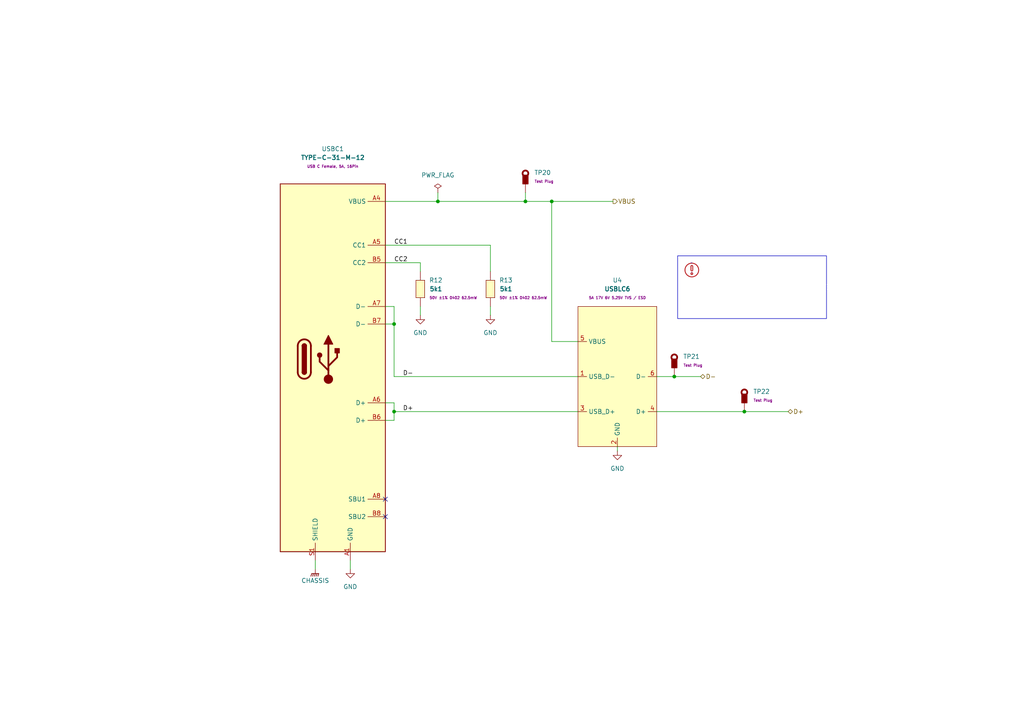
<source format=kicad_sch>
(kicad_sch (version 20231120) (generator "eeschema") (generator_version "8.0")
  (paper "A4")
  (lib_symbols
    (symbol "EASYEDA2KICAD:CHASSIS" (power) (pin_numbers hide) (pin_names (offset 0) hide)
      (property "Value" "CHASSIS" (at 0 -3.302 0))
      (symbol "CHASSIS_0_1"
        (polyline (pts (xy 0 -1.27) (xy 0 0)))
        (polyline (pts (xy -1.016 -1.27) (xy -1.27 -2.032) (xy -1.27 -2.032)) (stroke (width 0.2032)))
        (polyline (pts (xy -0.508 -1.27) (xy -0.762 -2.032) (xy -0.762 -2.032)) (stroke (width 0.2032)))
        (polyline (pts (xy 0 -1.27) (xy -0.254 -2.032) (xy -0.254 -2.032)) (stroke (width 0.2032)))
        (polyline (pts (xy 0.508 -1.27) (xy 0.254 -2.032) (xy 0.254 -2.032)) (stroke (width 0.2032)))
        (polyline (pts (xy 1.016 -1.27) (xy -1.016 -1.27) (xy -1.016 -1.27)) (stroke (width 0.2032)))
        (polyline (pts (xy 1.016 -1.27) (xy 0.762 -2.032) (xy 0.762 -2.032) (xy 0.762 -2.032)) (stroke (width 0.2032)))
      )
      (symbol "CHASSIS_1_1"
        (pin power_in line (at 0 0 270) (length 0) (name "~") (number "1"))
      )
    )
    (symbol "EASYEDA2KICAD:R_5k1Ohm_0402_62mW" (pin_numbers hide) (pin_names hide)
      (property "Reference" "R" (at 0 7.62 0))
      (property "Value" "5k1" (at 0 5.08 0))
      (property "Extra Values" "50V ±1% 0402 62.5mW " (at 0 2.54 0))
      (symbol "R_5k1Ohm_0402_62mW_0_1"
        (rectangle (start -2.54 1.27) (end 2.54 -1.27) (fill (type background)))
      )
      (symbol "R_5k1Ohm_0402_62mW_1_1"
        (pin passive line (at -5.08 0 0) (length 2.54) (name "1") (number "1"))
        (pin passive line (at 5.08 0 180) (length 2.54) (name "2") (number "2"))
      )
    )
    (symbol "EASYEDA2KICAD:TestPoint_Thimble" (pin_numbers hide) (pin_names hide)
      (property "Reference" "TP" (at 0 9.5043 0))
      (property "Extra Values" "Test Plug" (at 0 7.62 0))
      (symbol "TestPoint_Thimble_1_1"
        (rectangle (start -0.762 5.08) (end 0.762 2.54) (stroke (width 0.254)) (fill (type outline)))
        (arc (start 0.508 4.9323) (mid 0 6.4175) (end -0.508 4.9323) (stroke (width 0.508)))
        (pin passive line (at 0 0 90) (length 2.54) (name "1") (number "1"))
      )
    )
    (symbol "EASYEDA2KICAD:USB_C_5A_Female_16PIN"
      (property "Reference" "USBC" (at 0 60.96 0))
      (property "Value" "TYPE-C-31-M-12" (at 0 58.42 0))
      (property "Extra Values" "USB C Female, 5A, 16Pin" (at 0 55.88 0))
      (symbol "USB_C_5A_Female_16PIN_0_1"
        (rectangle (start -15.24 50.8) (end 15.24 -55.88) (stroke (width 0.254)) (fill (type background)))
        (arc (start -10.16 -3.81) (mid -8.255 -5.7067) (end -6.35 -3.81) (stroke (width 0.508)))
        (arc (start -8.89 -3.81) (mid -8.255 -4.4423) (end -7.62 -3.81) (stroke (width 0.254)))
        (arc (start -8.89 -3.81) (mid -8.255 -4.4423) (end -7.62 -3.81) (stroke (width 0.254)) (fill (type outline)))
        (rectangle (start -8.89 -3.81) (end -7.62 3.81) (stroke (width 0.254)) (fill (type outline)))
        (arc (start -7.62 3.81) (mid -8.255 4.4423) (end -8.89 3.81) (stroke (width 0.254)))
        (arc (start -7.62 3.81) (mid -8.255 4.4423) (end -8.89 3.81) (stroke (width 0.254)) (fill (type outline)))
        (arc (start -6.35 3.81) (mid -8.255 5.7067) (end -10.16 3.81) (stroke (width 0.508)))
        (circle (center -3.81 1.143) (radius 0.635) (stroke (width 0.254)) (fill (type outline)))
        (circle (center -1.27 -5.842) (radius 1.27) (fill (type outline)))
        (polyline (pts (xy -10.16 -3.81) (xy -10.16 3.81)) (stroke (width 0.508)))
        (polyline (pts (xy -6.35 3.81) (xy -6.35 -3.81)) (stroke (width 0.508)))
        (polyline (pts (xy -1.27 -5.842) (xy -1.27 4.318)) (stroke (width 0.508)))
        (polyline (pts (xy -1.27 -3.302) (xy -3.81 -0.762) (xy -3.81 0.508)) (stroke (width 0.508)))
        (polyline (pts (xy -1.27 -2.032) (xy 1.27 0.508) (xy 1.27 1.778)) (stroke (width 0.508)))
        (polyline (pts (xy -2.54 4.318) (xy -1.27 6.858) (xy 0 4.318) (xy -2.54 4.318)) (stroke (width 0.254)) (fill (type outline)))
        (rectangle (start 0.635 1.778) (end 1.905 3.048) (stroke (width 0.254)) (fill (type outline)))
      )
      (symbol "USB_C_5A_Female_16PIN_1_1"
        (pin power_in line (at 5.08 -58.42 90) (length 5.08) (name "GND") (number "A1"))
        (pin passive line (at 5.08 -58.42 90) (length 5.08) hide (name "GND") (number "A12"))
        (pin power_in line (at 15.24 45.72 180) (length 5.08) (name "VBUS") (number "A4"))
        (pin bidirectional line (at 15.24 33.02 180) (length 5.08) (name "CC1") (number "A5"))
        (pin bidirectional line (at 15.24 -12.7 180) (length 5.08) (name "D+") (number "A6"))
        (pin bidirectional line (at 15.24 15.24 180) (length 5.08) (name "D-") (number "A7"))
        (pin bidirectional line (at 15.24 -40.64 180) (length 5.08) (name "SBU1") (number "A8"))
        (pin passive line (at 15.24 45.72 180) (length 5.08) hide (name "VBUS") (number "A9"))
        (pin passive line (at 5.08 -58.42 90) (length 5.08) hide (name "GND") (number "B1"))
        (pin passive line (at 5.08 -58.42 90) (length 5.08) hide (name "GND") (number "B12"))
        (pin passive line (at 15.24 45.72 180) (length 5.08) hide (name "VBUS") (number "B4"))
        (pin bidirectional line (at 15.24 27.94 180) (length 5.08) (name "CC2") (number "B5"))
        (pin bidirectional line (at 15.24 -17.78 180) (length 5.08) (name "D+") (number "B6"))
        (pin bidirectional line (at 15.24 10.16 180) (length 5.08) (name "D-") (number "B7"))
        (pin bidirectional line (at 15.24 -45.72 180) (length 5.08) (name "SBU2") (number "B8"))
        (pin passive line (at 15.24 45.72 180) (length 5.08) hide (name "VBUS") (number "B9"))
        (pin passive line (at -5.08 -58.42 90) (length 5.08) (name "SHIELD") (number "S1"))
      )
    )
    (symbol "EASYEDA2KICAD:U_USBLC6_USB_TVS_ESD_SOT23_6L"
      (property "Reference" "U" (at 0 27.94 0))
      (property "Value" "USBLC6" (at 0 25.4 0))
      (property "Extra Values" "5A 17V 6V 5.25V TVS / ESD" (at 0 22.86 0))
      (symbol "U_USBLC6_USB_TVS_ESD_SOT23_6L_0_1"
        (rectangle (start -11.43 20.32) (end 11.43 -20.32) (fill (type background)))
      )
      (symbol "U_USBLC6_USB_TVS_ESD_SOT23_6L_1_1"
        (pin bidirectional line (at -11.43 0 0) (length 2.54) (name "USB_D-") (number "1"))
        (pin power_in line (at 0 -20.32 90) (length 2.54) (name "GND") (number "2"))
        (pin passive line (at -11.43 -10.16 0) (length 2.54) (name "USB_D+") (number "3"))
        (pin bidirectional line (at 11.43 -10.16 180) (length 2.54) (name "D+") (number "4"))
        (pin power_in line (at -11.43 10.16 0) (length 2.54) (name "VBUS") (number "5"))
        (pin bidirectional line (at 11.43 0 180) (length 2.54) (name "D-") (number "6"))
      )
    )
    (symbol "power:GND" (power) (pin_numbers hide) (pin_names (offset 0) hide)
      (property "Value" "GND" (at 0 -3.81 0))
      (symbol "GND_0_1"
        (polyline (pts (xy 0 0) (xy 0 -1.27) (xy 1.27 -1.27) (xy 0 -2.54) (xy -1.27 -1.27) (xy 0 -1.27)))
      )
      (symbol "GND_1_1"
        (pin power_in line (at 0 0 270) (length 0) (name "~") (number "1"))
      )
    )
    (symbol "power:PWR_FLAG" (power) (pin_numbers hide) (pin_names (offset 0) hide)
      (property "Value" "PWR_FLAG" (at 0 3.81 0))
      (symbol "PWR_FLAG_0_0"
        (pin power_out line (at 0 0 90) (length 0) (name "~") (number "1"))
      )
      (symbol "PWR_FLAG_0_1"
        (polyline (pts (xy 0 0) (xy 0 1.27) (xy -1.016 1.905) (xy 0 2.54) (xy 1.016 1.905) (xy 0 1.27)))
      )
    )
  )
  (junction (at 127 58.42))
  (junction (at 160.02 58.42))
  (junction (at 152.4 58.42))
  (junction (at 114.3 93.98))
  (junction (at 215.9 119.38))
  (junction (at 195.58 109.22))
  (junction (at 114.3 119.38))
  (no_connect (at 111.76 149.86))
  (no_connect (at 111.76 144.78))
  (wire (pts (xy 114.3 93.98) (xy 114.3 109.22)))
  (wire (pts (xy 160.02 99.06) (xy 160.02 58.42)))
  (wire (pts (xy 111.76 116.84) (xy 114.3 116.84)))
  (wire (pts (xy 152.4 55.88) (xy 152.4 58.42)))
  (wire (pts (xy 114.3 109.22) (xy 167.64 109.22)))
  (wire (pts (xy 142.24 71.12) (xy 142.24 78.74)))
  (wire (pts (xy 190.5 119.38) (xy 215.9 119.38)))
  (wire (pts (xy 114.3 119.38) (xy 114.3 116.84)))
  (wire (pts (xy 127 58.42) (xy 111.76 58.42)))
  (wire (pts (xy 114.3 88.9) (xy 114.3 93.98)))
  (wire (pts (xy 195.58 109.22) (xy 203.2 109.22)))
  (wire (pts (xy 121.92 91.44) (xy 121.92 88.9)))
  (wire (pts (xy 91.44 165.1) (xy 91.44 162.56)))
  (polyline (pts (xy 200.41 76.2) (xy 200.41 76.2)) (stroke (width -0.0001) (type solid)))
  (wire (pts (xy 142.24 71.12) (xy 111.76 71.12)))
  (polyline (pts (xy 200.66 78.9781) (xy 200.66 78.9781)) (stroke (width -0.0001) (type solid)))
  (wire (pts (xy 152.4 58.42) (xy 127 58.42)))
  (wire (pts (xy 190.5 109.22) (xy 195.58 109.22)))
  (polyline (pts (xy 200.66 76.2) (xy 200.66 76.2)) (stroke (width -0.0001) (type solid)))
  (wire (pts (xy 179.07 129.54) (xy 179.07 130.81)))
  (wire (pts (xy 111.76 121.92) (xy 114.3 121.92)))
  (wire (pts (xy 114.3 121.92) (xy 114.3 119.38)))
  (wire (pts (xy 111.76 88.9) (xy 114.3 88.9)))
  (wire (pts (xy 160.02 58.42) (xy 152.4 58.42)))
  (wire (pts (xy 167.64 99.06) (xy 160.02 99.06)))
  (wire (pts (xy 101.6 165.1) (xy 101.6 162.56)))
  (wire (pts (xy 142.24 88.9) (xy 142.24 91.44)))
  (wire (pts (xy 114.3 119.38) (xy 167.64 119.38)))
  (wire (pts (xy 111.76 93.98) (xy 114.3 93.98)))
  (wire (pts (xy 121.92 78.74) (xy 121.92 76.2)))
  (polyline (pts (xy 200.66 76.2) (xy 200.66 76.2)) (stroke (width -0.0001) (type solid)))
  (wire (pts (xy 121.92 76.2) (xy 111.76 76.2)))
  (wire (pts (xy 127 55.88) (xy 127 58.42)))
  (wire (pts (xy 215.9 119.38) (xy 228.6 119.38)))
  (wire (pts (xy 160.02 58.42) (xy 177.8 58.42)))
  (polyline (pts (xy 200.7649 76.2026) (xy 200.8692 76.2104) (xy 200.9725 76.2232) (xy 201.0748 76.241) (xy 201.1759 76.2638) (xy 201.2756 76.2915) (xy 201.3737 76.3239) (xy 201.47 76.3611) (xy 201.5644 76.4029) (xy 201.6567 76.4494) (xy 201.7467 76.5003) (xy 201.8343 76.5556) (xy 201.9193 76.6153) (xy 202.0014 76.6793) (xy 202.0806 76.7476) (xy 202.1567 76.82) (xy 202.2291 76.896) (xy 202.2973 76.9752) (xy 202.3613 77.0574) (xy 202.421 77.1423) (xy 202.4764 77.2299) (xy 202.5273 77.3199) (xy 202.5737 77.4123) (xy 202.6155 77.5067) (xy 202.6527 77.603) (xy 202.6851 77.7011) (xy 202.7128 77.8007) (xy 202.7356 77.9018) (xy 202.7534 78.0041) (xy 202.7663 78.1075) (xy 202.774 78.2117) (xy 202.7766 78.3167) (xy 202.7751 78.3967) (xy 202.7706 78.4761) (xy 202.7632 78.5549) (xy 202.7529 78.6331) (xy 202.7398 78.7104) (xy 202.7238 78.787) (xy 202.7051 78.8626) (xy 202.6837 78.9373) (xy 202.6596 79.011) (xy 202.6329 79.0836) (xy 202.6036 79.155) (xy 202.5717 79.2252) (xy 202.5374 79.2942) (xy 202.5006 79.3618) (xy 202.4615 79.4279) (xy 202.4199 79.4926) (xy 202.376 79.5558) (xy 202.3299 79.6173) (xy 202.2815 79.6771) (xy 202.231 79.7352) (xy 202.1783 79.7915) (xy 202.1235 79.8459) (xy 202.0667 79.8984) (xy 202.0078 79.9488) (xy 201.947 79.9972) (xy 201.8843 80.0434) (xy 201.8197 80.0875) (xy 201.7532 80.1292) (xy 201.685 80.1687) (xy 201.615 80.2057) (xy 201.5433 80.2402) (xy 201.47 80.2722) (xy 201.3204 80.3277) (xy 201.1686 80.3714) (xy 201.0153 80.4034) (xy 200.861 80.4239) (xy 200.7064 80.4329) (xy 200.5522 80.4306) (xy 200.3988 80.4172) (xy 200.247 80.3927) (xy 200.0974 80.3572) (xy 199.9506 80.311) (xy 199.8072 80.254) (xy 199.6678 80.1865) (xy 199.5331 80.1086) (xy 199.4037 80.0203) (xy 199.2802 79.9219) (xy 199.1633 79.8134) (xy 199.0547 79.6964) (xy 198.9563 79.5729) (xy 198.868 79.4435) (xy 198.7901 79.3088) (xy 198.7226 79.1694) (xy 198.6657 79.026) (xy 198.6194 78.8792) (xy 198.584 78.7296) (xy 198.5595 78.5778) (xy 198.546 78.4245) (xy 198.545 78.3573) (xy 198.8083 78.3573) (xy 198.8162 78.4926) (xy 198.8341 78.6276) (xy 198.8621 78.7617) (xy 198.9003 78.8945) (xy 198.9489 79.0254) (xy 199.0071 79.1523) (xy 199.074 79.2733) (xy 199.149 79.3879) (xy 199.2318 79.496) (xy 199.3219 79.5973) (xy 199.4187 79.6913) (xy 199.5219 79.7779) (xy 199.631 79.8566) (xy 199.7455 79.9273) (xy 199.865 79.9895) (xy 199.9889 80.043) (xy 200.1169 80.0874) (xy 200.2485 80.1225) (xy 200.3831 80.148) (xy 200.5205 80.1635) (xy 200.66 80.1687) (xy 200.7518 80.1665) (xy 200.843 80.1597) (xy 200.9335 80.1485) (xy 201.023 80.1328) (xy 201.1114 80.1129) (xy 201.1986 80.0887) (xy 201.2844 80.0603) (xy 201.3687 80.0278) (xy 201.4513 79.9912) (xy 201.5321 79.9506) (xy 201.6109 79.906) (xy 201.6875 79.8576) (xy 201.7618 79.8053) (xy 201.8337 79.7493) (xy 201.903 79.6896) (xy 201.9696 79.6263) (xy 202.0329 79.5597) (xy 202.0926 79.4904) (xy 202.1486 79.4185) (xy 202.2009 79.3442) (xy 202.2493 79.2676) (xy 202.2939 79.1888) (xy 202.3345 79.108) (xy 202.3711 79.0254) (xy 202.4036 78.9411) (xy 202.432 78.8553) (xy 202.4562 78.7681) (xy 202.4761 78.6797) (xy 202.4918 78.5902) (xy 202.503 78.4997) (xy 202.5098 78.4085) (xy 202.512 78.3167) (xy 202.5107 78.2467) (xy 202.5068 78.1772) (xy 202.5003 78.1082) (xy 202.4913 78.0398) (xy 202.4798 77.9721) (xy 202.4658 77.9052) (xy 202.4495 77.839) (xy 202.4307 77.7736) (xy 202.4096 77.7091) (xy 202.3863 77.6456) (xy 202.3606 77.5831) (xy 202.3328 77.5217) (xy 202.3027 77.4613) (xy 202.2706 77.4022) (xy 202.2363 77.3443) (xy 202.1999 77.2877) (xy 202.1615 77.2325) (xy 202.1212 77.1786) (xy 202.0788 77.1263) (xy 202.0346 77.0754) (xy 201.9885 77.0262) (xy 201.9406 76.9786) (xy 201.8908 76.9327) (xy 201.8393 76.8885) (xy 201.7861 76.8462) (xy 201.7312 76.8057) (xy 201.6747 76.7672) (xy 201.6166 76.7307) (xy 201.5569 76.6962) (xy 201.4956 76.6638) (xy 201.4329 76.6336) (xy 201.3687 76.6056) (xy 201.2378 76.557) (xy 201.105 76.5188) (xy 200.9709 76.4908) (xy 200.8359 76.4729) (xy 200.7006 76.465) (xy 200.5656 76.467) (xy 200.4315 76.4787) (xy 200.2986 76.5002) (xy 200.1677 76.5312) (xy 200.0393 76.5717) (xy 199.9138 76.6215) (xy 199.7919 76.6805) (xy 199.674 76.7487) (xy 199.5608 76.826) (xy 199.4527 76.9121) (xy 199.3503 77.007) (xy 199.2554 77.1094) (xy 199.1693 77.2175) (xy 199.092 77.3307) (xy 199.0238 77.4486) (xy 198.9648 77.5705) (xy 198.915 77.696) (xy 198.8745 77.8244) (xy 198.8435 77.9553) (xy 198.822 78.0882) (xy 198.8103 78.2223) (xy 198.8083 78.3573) (xy 198.545 78.3573) (xy 198.5437 78.2702) (xy 198.5528 78.1156) (xy 198.5732 77.9614) (xy 198.6052 77.808) (xy 198.6489 77.6563) (xy 198.7044 77.5067) (xy 198.771 77.3616) (xy 198.8474 77.2234) (xy 198.9332 77.0924) (xy 199.0278 76.9688) (xy 199.1307 76.8531) (xy 199.2414 76.7456) (xy 199.3593 76.6467) (xy 199.484 76.5567) (xy 199.6149 76.476) (xy 199.7514 76.4049) (xy 199.893 76.3437) (xy 200.0393 76.2929) (xy 200.1897 76.2528) (xy 200.3436 76.2237) (xy 200.5005 76.206) (xy 200.66 76.2) (xy 200.7649 76.2026)) (stroke (width -0.0001) (type solid)) (fill (type color) (color 187 33 36 1)))
  (rectangle (start 196.5433 74.2) (end 239.7233 92.4))
  (polyline (pts (xy 200.6796 76.8619) (xy 200.6992 76.8634) (xy 200.7186 76.8658) (xy 200.7378 76.8692) (xy 200.7567 76.8734) (xy 200.7754 76.8786) (xy 200.7938 76.8847) (xy 200.8118 76.8917) (xy 200.8295 76.8995) (xy 200.8469 76.9082) (xy 200.8637 76.9178) (xy 200.8802 76.9281) (xy 200.8961 76.9393) (xy 200.9115 76.9513) (xy 200.9263 76.9641) (xy 200.9406 76.9777) (xy 200.9542 76.992) (xy 200.967 77.0068) (xy 200.979 77.0222) (xy 200.9902 77.0381) (xy 201.0005 77.0546) (xy 201.0101 77.0714) (xy 201.0188 77.0888) (xy 201.0266 77.1065) (xy 201.0336 77.1245) (xy 201.0397 77.1429) (xy 201.0449 77.1616) (xy 201.0491 77.1805) (xy 201.0525 77.1997) (xy 201.0549 77.2191) (xy 201.0564 77.2387) (xy 201.0568 77.2583) (xy 201.0568 78.3167) (xy 201.0566 78.3299) (xy 201.056 78.3431) (xy 201.0549 78.3562) (xy 201.0534 78.3692) (xy 201.0514 78.3822) (xy 201.0491 78.395) (xy 201.0463 78.4077) (xy 201.0431 78.4202) (xy 201.0395 78.4326) (xy 201.0355 78.4449) (xy 201.0312 78.4571) (xy 201.0264 78.469) (xy 201.0213 78.4808) (xy 201.0158 78.4924) (xy 201.0099 78.5039) (xy 201.0037 78.5151) (xy 200.9971 78.5261) (xy 200.9901 78.5369) (xy 200.9828 78.5475) (xy 200.9752 78.5579) (xy 200.9672 78.568) (xy 200.9588 78.5778) (xy 200.9502 78.5874) (xy 200.9412 78.5967) (xy 200.9319 78.6057) (xy 200.9223 78.6145) (xy 200.9124 78.6229) (xy 200.9022 78.6311) (xy 200.8917 78.6389) (xy 200.8809 78.6464) (xy 200.8698 78.6535) (xy 200.8584 78.6604) (xy 200.8351 78.6728) (xy 200.8111 78.6836) (xy 200.7867 78.6928) (xy 200.7619 78.7002) (xy 200.7367 78.7061) (xy 200.7112 78.7102) (xy 200.6856 78.7127) (xy 200.66 78.7135) (xy 200.6343 78.7127) (xy 200.6087 78.7102) (xy 200.5833 78.7061) (xy 200.5581 78.7002) (xy 200.5332 78.6928) (xy 200.5088 78.6836) (xy 200.4849 78.6728) (xy 200.4615 78.6604) (xy 200.4391 78.6464) (xy 200.4177 78.6311) (xy 200.3976 78.6145) (xy 200.3787 78.5967) (xy 200.3611 78.5778) (xy 200.3448 78.5579) (xy 200.3298 78.5369) (xy 200.3163 78.5151) (xy 200.3041 78.4924) (xy 200.2935 78.469) (xy 200.2844 78.4449) (xy 200.2768 78.4202) (xy 200.2709 78.395) (xy 200.2666 78.3692) (xy 200.264 78.3431) (xy 200.2631 78.3167) (xy 200.5277 78.3167) (xy 200.5277 78.3211) (xy 200.528 78.3255) (xy 200.5283 78.3299) (xy 200.5288 78.3342) (xy 200.5295 78.3385) (xy 200.5303 78.3428) (xy 200.5312 78.347) (xy 200.5323 78.3512) (xy 200.5334 78.3553) (xy 200.5348 78.3594) (xy 200.5362 78.3635) (xy 200.5378 78.3675) (xy 200.5395 78.3714) (xy 200.5414 78.3753) (xy 200.5433 78.3791) (xy 200.5454 78.3828) (xy 200.5476 78.3865) (xy 200.5499 78.3901) (xy 200.5524 78.3936) (xy 200.5549 78.3971) (xy 200.5576 78.4004) (xy 200.5603 78.4037) (xy 200.5632 78.4069) (xy 200.5662 78.41) (xy 200.5693 78.413) (xy 200.5725 78.4159) (xy 200.5758 78.4188) (xy 200.5792 78.4215) (xy 200.5827 78.4241) (xy 200.5863 78.4266) (xy 200.59 78.429) (xy 200.5938 78.4312) (xy 200.6016 78.4354) (xy 200.6096 78.439) (xy 200.6177 78.442) (xy 200.626 78.4445) (xy 200.6344 78.4465) (xy 200.6429 78.4479) (xy 200.6514 78.4487) (xy 200.66 78.449) (xy 200.6685 78.4487) (xy 200.6771 78.4479) (xy 200.6855 78.4465) (xy 200.6939 78.4445) (xy 200.7022 78.442) (xy 200.7104 78.439) (xy 200.7183 78.4354) (xy 200.7261 78.4312) (xy 200.7336 78.4266) (xy 200.7407 78.4215) (xy 200.7474 78.4159) (xy 200.7537 78.41) (xy 200.7596 78.4037) (xy 200.765 78.3971) (xy 200.77 78.3901) (xy 200.7745 78.3828) (xy 200.7786 78.3753) (xy 200.7821 78.3675) (xy 200.7852 78.3594) (xy 200.7877 78.3512) (xy 200.7897 78.3428) (xy 200.7911 78.3342) (xy 200.792 78.3255) (xy 200.7923 78.3167) (xy 200.7923 77.2583) (xy 200.7922 77.2539) (xy 200.792 77.2495) (xy 200.7916 77.2451) (xy 200.7911 77.2408) (xy 200.7904 77.2365) (xy 200.7897 77.2322) (xy 200.7887 77.228) (xy 200.7877 77.2238) (xy 200.7865 77.2197) (xy 200.7852 77.2156) (xy 200.7837 77.2115) (xy 200.7821 77.2075) (xy 200.7804 77.2036) (xy 200.7786 77.1997) (xy 200.7766 77.1959) (xy 200.7745 77.1922) (xy 200.7723 77.1885) (xy 200.77 77.1849) (xy 200.7676 77.1814) (xy 200.765 77.1779) (xy 200.7624 77.1746) (xy 200.7596 77.1713) (xy 200.7567 77.1681) (xy 200.7537 77.165) (xy 200.7506 77.162) (xy 200.7474 77.1591) (xy 200.7441 77.1562) (xy 200.7407 77.1535) (xy 200.7372 77.1509) (xy 200.7336 77.1484) (xy 200.7299 77.146) (xy 200.7261 77.1438) (xy 200.7183 77.1396) (xy 200.7104 77.136) (xy 200.7022 77.133) (xy 200.6939 77.1305) (xy 200.6855 77.1285) (xy 200.6771 77.1271) (xy 200.6685 77.1263) (xy 200.66 77.126) (xy 200.6514 77.1263) (xy 200.6429 77.1271) (xy 200.6344 77.1285) (xy 200.626 77.1305) (xy 200.6177 77.133) (xy 200.6096 77.136) (xy 200.6016 77.1396) (xy 200.5938 77.1438) (xy 200.5863 77.1484) (xy 200.5792 77.1535) (xy 200.5725 77.1591) (xy 200.5662 77.165) (xy 200.5603 77.1713) (xy 200.5549 77.1779) (xy 200.5499 77.1849) (xy 200.5454 77.1922) (xy 200.5414 77.1997) (xy 200.5378 77.2075) (xy 200.5348 77.2156) (xy 200.5323 77.2238) (xy 200.5303 77.2322) (xy 200.5288 77.2408) (xy 200.528 77.2495) (xy 200.5277 77.2583) (xy 200.5277 78.3167) (xy 200.2631 78.3167) (xy 200.2631 77.2583) (xy 200.2636 77.2387) (xy 200.265 77.2191) (xy 200.2674 77.1997) (xy 200.2708 77.1805) (xy 200.2751 77.1616) (xy 200.2802 77.1429) (xy 200.2863 77.1245) (xy 200.2933 77.1065) (xy 200.3011 77.0888) (xy 200.3098 77.0714) (xy 200.3194 77.0546) (xy 200.3298 77.0381) (xy 200.341 77.0222) (xy 200.353 77.0068) (xy 200.3658 76.992) (xy 200.3793 76.9777) (xy 200.3936 76.9641) (xy 200.4084 76.9513) (xy 200.4239 76.9393) (xy 200.4398 76.9281) (xy 200.4562 76.9178) (xy 200.4731 76.9082) (xy 200.4904 76.8995) (xy 200.5081 76.8917) (xy 200.5262 76.8847) (xy 200.5445 76.8786) (xy 200.5632 76.8734) (xy 200.5822 76.8692) (xy 200.6014 76.8658) (xy 200.6207 76.8634) (xy 200.6403 76.8619) (xy 200.66 76.8615) (xy 200.6796 76.8619)) (stroke (width -0.0001) (type solid)) (fill (type color) (color 187 33 36 1)))
  (polyline (pts (xy 200.675 78.9784) (xy 200.6899 78.9792) (xy 200.7046 78.9806) (xy 200.7193 78.9826) (xy 200.7338 78.985) (xy 200.7481 78.988) (xy 200.7623 78.9915) (xy 200.7763 78.9956) (xy 200.7902 79.0001) (xy 200.8038 79.0051) (xy 200.8172 79.0106) (xy 200.8303 79.0165) (xy 200.8433 79.023) (xy 200.8559 79.0299) (xy 200.8683 79.0372) (xy 200.8805 79.045) (xy 200.8923 79.0532) (xy 200.9038 79.0619) (xy 200.9151 79.071) (xy 200.9259 79.0804) (xy 200.9365 79.0903) (xy 200.9467 79.1006) (xy 200.9565 79.1112) (xy 200.966 79.1223) (xy 200.9751 79.1337) (xy 200.9837 79.1454) (xy 200.992 79.1576) (xy 200.9998 79.17) (xy 201.0072 79.1828) (xy 201.0142 79.1959) (xy 201.0206 79.2094) (xy 201.0266 79.2231) (xy 201.037 79.2512) (xy 201.0452 79.2796) (xy 201.0512 79.3084) (xy 201.0551 79.3373) (xy 201.0568 79.3663) (xy 201.0563 79.3952) (xy 201.0538 79.424) (xy 201.0492 79.4524) (xy 201.0426 79.4805) (xy 201.0339 79.508) (xy 201.0232 79.5349) (xy 201.0106 79.561) (xy 200.996 79.5863) (xy 200.9794 79.6105) (xy 200.9609 79.6337) (xy 200.9406 79.6556) (xy 200.9187 79.676) (xy 200.8955 79.6944) (xy 200.8712 79.711) (xy 200.846 79.7256) (xy 200.8199 79.7383) (xy 200.793 79.7489) (xy 200.7654 79.7576) (xy 200.7374 79.7642) (xy 200.7089 79.7688) (xy 200.6802 79.7714) (xy 200.6513 79.7718) (xy 200.6223 79.7701) (xy 200.5933 79.7663) (xy 200.5646 79.7603) (xy 200.5361 79.7521) (xy 200.5081 79.7417) (xy 200.4809 79.7292) (xy 200.455 79.7149) (xy 200.4304 79.6988) (xy 200.4072 79.681) (xy 200.3856 79.6617) (xy 200.3654 79.641) (xy 200.3469 79.6189) (xy 200.33 79.5955) (xy 200.3148 79.571) (xy 200.3015 79.5454) (xy 200.29 79.5188) (xy 200.2805 79.4914) (xy 200.273 79.4632) (xy 200.2675 79.4343) (xy 200.2642 79.4049) (xy 200.2632 79.3779) (xy 200.5277 79.3779) (xy 200.5283 79.3876) (xy 200.5295 79.3972) (xy 200.5315 79.4068) (xy 200.5343 79.4163) (xy 200.5377 79.4256) (xy 200.5419 79.4347) (xy 200.5467 79.4433) (xy 200.552 79.4515) (xy 200.558 79.4592) (xy 200.5644 79.4665) (xy 200.5713 79.4732) (xy 200.5787 79.4794) (xy 200.5865 79.485) (xy 200.5946 79.49) (xy 200.6032 79.4945) (xy 200.612 79.4983) (xy 200.6212 79.5015) (xy 200.6306 79.504) (xy 200.6402 79.5058) (xy 200.65 79.5069) (xy 200.66 79.5073) (xy 200.6665 79.5071) (xy 200.673 79.5066) (xy 200.6795 79.5058) (xy 200.6859 79.5047) (xy 200.6922 79.5033) (xy 200.6984 79.5016) (xy 200.7046 79.4995) (xy 200.7106 79.4972) (xy 200.7165 79.4946) (xy 200.7223 79.4917) (xy 200.7279 79.4885) (xy 200.7334 79.4851) (xy 200.7387 79.4813) (xy 200.7438 79.4773) (xy 200.7488 79.4731) (xy 200.7535 79.4685) (xy 200.758 79.4638) (xy 200.7623 79.4588) (xy 200.7663 79.4537) (xy 200.77 79.4484) (xy 200.7735 79.4429) (xy 200.7767 79.4373) (xy 200.7796 79.4315) (xy 200.7822 79.4256) (xy 200.7845 79.4196) (xy 200.7865 79.4135) (xy 200.7883 79.4072) (xy 200.7897 79.4009) (xy 200.7908 79.3945) (xy 200.7916 79.3881) (xy 200.7921 79.3816) (xy 200.7923 79.375) (xy 200.7922 79.37) (xy 200.7919 79.365) (xy 200.7914 79.3601) (xy 200.7908 79.3552) (xy 200.79 79.3504) (xy 200.789 79.3456) (xy 200.7878 79.3409) (xy 200.7864 79.3362) (xy 200.7849 79.3316) (xy 200.7833 79.3271) (xy 200.7814 79.3226) (xy 200.7795 79.3182) (xy 200.7773 79.3139) (xy 200.775 79.3097) (xy 200.7726 79.3055) (xy 200.77 79.3015) (xy 200.7672 79.2976) (xy 200.7643 79.2937) (xy 200.7613 79.29) (xy 200.7582 79.2863) (xy 200.7549 79.2828) (xy 200.7514 79.2794) (xy 200.7479 79.2761) (xy 200.7442 79.273) (xy 200.7404 79.27) (xy 200.7365 79.2671) (xy 200.7324 79.2643) (xy 200.7283 79.2617) (xy 200.724 79.2593) (xy 200.7197 79.2569) (xy 200.7152 79.2548) (xy 200.7106 79.2528) (xy 200.7012 79.2493) (xy 200.6918 79.2466) (xy 200.6822 79.2446) (xy 200.6725 79.2433) (xy 200.6629 79.2427) (xy 200.6532 79.2429) (xy 200.6436 79.2437) (xy 200.6342 79.2453) (xy 200.6248 79.2475) (xy 200.6156 79.2504) (xy 200.6067 79.2539) (xy 200.598 79.2581) (xy 200.5895 79.263) (xy 200.5815 79.2685) (xy 200.5737 79.2747) (xy 200.5664 79.2815) (xy 200.5596 79.2888) (xy 200.5535 79.2965) (xy 200.548 79.3046) (xy 200.5431 79.313) (xy 200.5389 79.3217) (xy 200.5353 79.3307) (xy 200.5324 79.3398) (xy 200.5302 79.3492) (xy 200.5287 79.3587) (xy 200.5278 79.3683) (xy 200.5277 79.3779) (xy 200.2632 79.3779) (xy 200.2631 79.375) (xy 200.2631 79.3089) (xy 200.2632 79.3034) (xy 200.2636 79.2979) (xy 200.2642 79.2925) (xy 200.265 79.2872) (xy 200.266 79.2818) (xy 200.2672 79.2766) (xy 200.2686 79.2714) (xy 200.2703 79.2662) (xy 200.2722 79.2611) (xy 200.2742 79.2561) (xy 200.2765 79.2512) (xy 200.279 79.2464) (xy 200.2817 79.2417) (xy 200.2845 79.2371) (xy 200.2876 79.2325) (xy 200.2909 79.2282) (xy 200.3031 79.2004) (xy 200.3173 79.174) (xy 200.3333 79.149) (xy 200.3511 79.1253) (xy 200.3704 79.1032) (xy 200.3912 79.0826) (xy 200.4135 79.0637) (xy 200.437 79.0464) (xy 200.4617 79.031) (xy 200.4876 79.0173) (xy 200.5144 79.0056) (xy 200.5421 78.9959) (xy 200.5707 78.9882) (xy 200.5999 78.9826) (xy 200.6297 78.9792) (xy 200.66 78.9781) (xy 200.675 78.9784)) (stroke (width -0.0001) (type solid)) (fill (type color) (color 187 33 36 1)))
  (text "Route carefully for good performance ESD \nprotection. Place the protection IC as \nclose as possible to the connector." (at 199.2933 83.45 0) (effects (font (size 1.5 1.5)) (justify left top)))
  (text "Critical" (at 204.7933 79.7 0) (effects (font (size 3 3)) (justify left)))
  (label "D-" (at 116.84 109.22 0))
  (label "CC2" (at 114.3 76.2 0))
  (label "D+" (at 116.84 119.38 0))
  (label "CC1" (at 114.3 71.12 0))
  (hierarchical_label "VBUS" (shape output) (at 177.8 58.42 0))
  (hierarchical_label "D-" (shape bidirectional) (at 203.2 109.22 0))
  (hierarchical_label "D+" (shape bidirectional) (at 228.6 119.38 0))
  (symbol (lib_id "power:GND") (at 179.07 130.81 0) (unit 1)
    (property "Reference" "#PWR041" (effects (hide yes)))
    (property "Value" "GND" (at 179.07 135.89 0))
    (property "Description" "Power symbol creates a global label with name \"GND\" , ground" (effects (hide yes)))
  )
  (symbol (lib_id "EASYEDA2KICAD:USB_C_5A_Female_16PIN") (at 96.52 104.14 0) (unit 1)
    (property "Reference" "USBC1" (at 96.52 43.18 0))
    (property "Value" "TYPE-C-31-M-12" (at 96.52 45.72 0) (effects (font (bold yes))))
    (property "Footprint" "Connector_USB:USB_C_Receptacle_HRO_TYPE-C-31-M-12" (effects (hide yes)))
    (property "Datasheet" "https://lcsc.com/product-detail/USB-Type-C_Korean-Hroparts-Elec-TYPE-C-31-M-12_C165948.html" (effects (hide yes)))
    (property "LCSC Part" "C165948" (effects (hide yes)))
    (property "Extra Values" "USB C Female, 5A, 16Pin" (at 96.52 48.26 0) (effects (font (size 0.762 0.762) (bold yes))))
  )
  (symbol (lib_id "EASYEDA2KICAD:TestPoint_Thimble") (at 152.4 55.88 0) (unit 1)
    (property "Reference" "TP20" (at 154.94 50.0676 0) (effects (justify left)))
    (property "Value" "TestPoint_Thimble" (effects (hide yes)))
    (property "Footprint" "TestPoint:TestPoint_Loop_D3.50mm_Drill0.9mm_Beaded" (effects (hide yes)))
    (property "LCSC Part" "C5277086" (effects (hide yes)))
    (property "Extra Values" "Test Plug" (at 154.94 52.6076 0) (effects (font (size 0.762 0.762) (bold yes)) (justify left)))
  )
  (symbol (lib_id "EASYEDA2KICAD:R_5k1Ohm_0402_62mW") (at 142.24 83.82 90) (unit 1)
    (property "Reference" "R13" (at 144.78 81.2799 90) (effects (justify right)))
    (property "Value" "5k1" (at 144.78 83.82 90) (effects (font (bold yes)) (justify right)))
    (property "Footprint" "Resistor_SMD:R_0402_1005Metric" (effects (hide yes)))
    (property "Datasheet" "https://lcsc.com/product-detail/Chip-Resistor-Surface-Mount-UniOhm_5-1KR-5101-1_C25905.html" (effects (hide yes)))
    (property "Description" "Thick Film Resistor" (effects (hide yes)))
    (property "LCSC Part" "C25905" (effects (hide yes)))
    (property "Extra Values" "50V ±1% 0402 62.5mW " (at 144.78 86.3599 90) (effects (font (size 0.762 0.762) (bold yes)) (justify right)))
  )
  (symbol (lib_id "power:GND") (at 121.92 91.44 0) (unit 1)
    (property "Reference" "#PWR039" (effects (hide yes)))
    (property "Value" "GND" (at 121.92 96.52 0))
    (property "Description" "Power symbol creates a global label with name \"GND\" , ground" (effects (hide yes)))
  )
  (symbol (lib_id "EASYEDA2KICAD:U_USBLC6_USB_TVS_ESD_SOT23_6L") (at 179.07 109.22 0) (unit 1)
    (property "Reference" "U4" (at 179.07 81.28 0))
    (property "Value" "USBLC6" (at 179.07 83.82 0) (effects (font (bold yes))))
    (property "Footprint" "Package_TO_SOT_SMD:SOT-23-6" (effects (hide yes)))
    (property "Datasheet" "https://lcsc.com/product-detail/Diodes-ESD_STMicroelectronics_USBLC6-4SC6_USBLC6-4SC6_C111212.html" (effects (hide yes)))
    (property "Description" "Very low capacitance ESD protection for USB" (effects (hide yes)))
    (property "LCSC Part" "C111212" (effects (hide yes)))
    (property "Extra Values" "5A 17V 6V 5.25V TVS / ESD" (at 179.07 86.36 0) (effects (font (size 0.762 0.762) (bold yes))))
  )
  (symbol (lib_id "EASYEDA2KICAD:TestPoint_Thimble") (at 195.58 109.22 0) (unit 1)
    (property "Reference" "TP21" (at 198.12 103.4076 0) (effects (justify left)))
    (property "Value" "TestPoint_Thimble" (effects (hide yes)))
    (property "Footprint" "TestPoint:TestPoint_Loop_D3.50mm_Drill0.9mm_Beaded" (effects (hide yes)))
    (property "LCSC Part" "C5277086" (effects (hide yes)))
    (property "Extra Values" "Test Plug" (at 198.12 105.9476 0) (effects (font (size 0.762 0.762) (bold yes)) (justify left)))
  )
  (symbol (lib_id "power:GND") (at 101.6 165.1 0) (unit 1)
    (property "Reference" "#PWR038" (effects (hide yes)))
    (property "Value" "GND" (at 101.6 170.18 0))
    (property "Description" "Power symbol creates a global label with name \"GND\" , ground" (effects (hide yes)))
  )
  (symbol (lib_id "power:GND") (at 142.24 91.44 0) (unit 1)
    (property "Reference" "#PWR040" (effects (hide yes)))
    (property "Value" "GND" (at 142.24 96.52 0))
    (property "Description" "Power symbol creates a global label with name \"GND\" , ground" (effects (hide yes)))
  )
  (symbol (lib_id "EASYEDA2KICAD:TestPoint_Thimble") (at 215.9 119.38 0) (unit 1)
    (property "Reference" "TP22" (at 218.44 113.5676 0) (effects (justify left)))
    (property "Value" "TestPoint_Thimble" (effects (hide yes)))
    (property "Footprint" "TestPoint:TestPoint_Loop_D3.50mm_Drill0.9mm_Beaded" (effects (hide yes)))
    (property "LCSC Part" "C5277086" (effects (hide yes)))
    (property "Extra Values" "Test Plug" (at 218.44 116.1076 0) (effects (font (size 0.762 0.762) (bold yes)) (justify left)))
  )
  (symbol (lib_id "power:PWR_FLAG") (at 127 55.88 0) (unit 1)
    (property "Reference" "#FLG05" (effects (hide yes)))
    (property "Value" "PWR_FLAG" (at 127 50.8 0))
    (property "Description" "Special symbol for telling ERC where power comes from" (effects (hide yes)))
  )
  (symbol (lib_id "EASYEDA2KICAD:R_5k1Ohm_0402_62mW") (at 121.92 83.82 90) (unit 1)
    (property "Reference" "R12" (at 124.46 81.2799 90) (effects (justify right)))
    (property "Value" "5k1" (at 124.46 83.82 90) (effects (font (bold yes)) (justify right)))
    (property "Footprint" "Resistor_SMD:R_0402_1005Metric" (effects (hide yes)))
    (property "Datasheet" "https://lcsc.com/product-detail/Chip-Resistor-Surface-Mount-UniOhm_5-1KR-5101-1_C25905.html" (effects (hide yes)))
    (property "Description" "Thick Film Resistor" (effects (hide yes)))
    (property "LCSC Part" "C25905" (effects (hide yes)))
    (property "Extra Values" "50V ±1% 0402 62.5mW " (at 124.46 86.3599 90) (effects (font (size 0.762 0.762) (bold yes)) (justify right)))
  )
  (symbol (lib_id "EASYEDA2KICAD:CHASSIS") (at 91.44 165.1 0) (unit 1)
    (property "Reference" "#PWR037" (effects (hide yes)))
    (property "Value" "CHASSIS" (at 91.44 168.402 0))
    (property "Description" "Power symbol creates a global label with name \"CHASSIS\" , global ground" (effects (hide yes)))
  )
)
</source>
